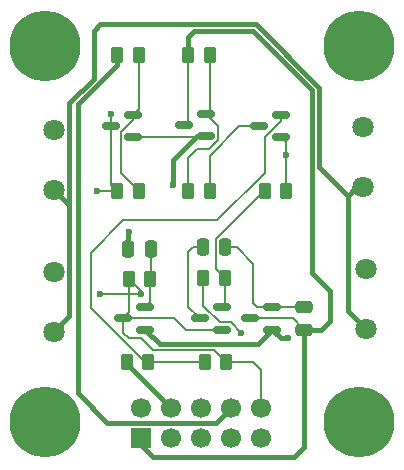
<source format=gbr>
%TF.GenerationSoftware,KiCad,Pcbnew,9.0.6*%
%TF.CreationDate,2025-11-07T06:51:29-08:00*%
%TF.ProjectId,bramble_valve_indexer,6272616d-626c-4655-9f76-616c76655f69,rev?*%
%TF.SameCoordinates,Original*%
%TF.FileFunction,Copper,L2,Bot*%
%TF.FilePolarity,Positive*%
%FSLAX46Y46*%
G04 Gerber Fmt 4.6, Leading zero omitted, Abs format (unit mm)*
G04 Created by KiCad (PCBNEW 9.0.6) date 2025-11-07 06:51:29*
%MOMM*%
%LPD*%
G01*
G04 APERTURE LIST*
G04 Aperture macros list*
%AMRoundRect*
0 Rectangle with rounded corners*
0 $1 Rounding radius*
0 $2 $3 $4 $5 $6 $7 $8 $9 X,Y pos of 4 corners*
0 Add a 4 corners polygon primitive as box body*
4,1,4,$2,$3,$4,$5,$6,$7,$8,$9,$2,$3,0*
0 Add four circle primitives for the rounded corners*
1,1,$1+$1,$2,$3*
1,1,$1+$1,$4,$5*
1,1,$1+$1,$6,$7*
1,1,$1+$1,$8,$9*
0 Add four rect primitives between the rounded corners*
20,1,$1+$1,$2,$3,$4,$5,0*
20,1,$1+$1,$4,$5,$6,$7,0*
20,1,$1+$1,$6,$7,$8,$9,0*
20,1,$1+$1,$8,$9,$2,$3,0*%
G04 Aperture macros list end*
%TA.AperFunction,ComponentPad*%
%ADD10C,6.000000*%
%TD*%
%TA.AperFunction,ComponentPad*%
%ADD11C,1.803400*%
%TD*%
%TA.AperFunction,ComponentPad*%
%ADD12R,1.700000X1.700000*%
%TD*%
%TA.AperFunction,ComponentPad*%
%ADD13C,1.700000*%
%TD*%
%TA.AperFunction,SMDPad,CuDef*%
%ADD14RoundRect,0.250000X0.262500X0.450000X-0.262500X0.450000X-0.262500X-0.450000X0.262500X-0.450000X0*%
%TD*%
%TA.AperFunction,SMDPad,CuDef*%
%ADD15RoundRect,0.150000X0.587500X0.150000X-0.587500X0.150000X-0.587500X-0.150000X0.587500X-0.150000X0*%
%TD*%
%TA.AperFunction,SMDPad,CuDef*%
%ADD16RoundRect,0.250000X-0.262500X-0.450000X0.262500X-0.450000X0.262500X0.450000X-0.262500X0.450000X0*%
%TD*%
%TA.AperFunction,SMDPad,CuDef*%
%ADD17RoundRect,0.250000X0.250000X0.475000X-0.250000X0.475000X-0.250000X-0.475000X0.250000X-0.475000X0*%
%TD*%
%TA.AperFunction,SMDPad,CuDef*%
%ADD18RoundRect,0.250000X0.475000X-0.250000X0.475000X0.250000X-0.475000X0.250000X-0.475000X-0.250000X0*%
%TD*%
%TA.AperFunction,ViaPad*%
%ADD19C,0.600000*%
%TD*%
%TA.AperFunction,Conductor*%
%ADD20C,0.200000*%
%TD*%
%TA.AperFunction,Conductor*%
%ADD21C,0.381000*%
%TD*%
G04 APERTURE END LIST*
D10*
%TO.P,H1,1*%
%TO.N,N/C*%
X18389600Y-18262600D03*
%TD*%
D11*
%TO.P,M4,1,1*%
%TO.N,/M+*%
X45542200Y-42211600D03*
%TO.P,M4,2,2*%
%TO.N,Net-(K4-Pad4)*%
X45542200Y-37131600D03*
%TD*%
%TO.P,M2,1,1*%
%TO.N,/M+*%
X19126200Y-42418000D03*
%TO.P,M2,2,2*%
%TO.N,Net-(K2-Pad4)*%
X19126200Y-37338000D03*
%TD*%
%TO.P,M3,1,1*%
%TO.N,/M+*%
X45313600Y-30175200D03*
%TO.P,M3,2,2*%
%TO.N,Net-(K3-Pad4)*%
X45313600Y-25095200D03*
%TD*%
D10*
%TO.P,H3,1*%
%TO.N,N/C*%
X44958000Y-50090700D03*
%TD*%
%TO.P,H2,1*%
%TO.N,N/C*%
X44958000Y-18262600D03*
%TD*%
D12*
%TO.P,J1,1,Pin_1*%
%TO.N,+9V*%
X26500000Y-51411500D03*
D13*
%TO.P,J1,2,Pin_2*%
%TO.N,/MOTOR_HI_1*%
X26500000Y-48871500D03*
%TO.P,J1,3,Pin_3*%
%TO.N,/VALVE_1*%
X29040000Y-51411500D03*
%TO.P,J1,4,Pin_4*%
%TO.N,/MOTOR_HI_2*%
X29040000Y-48871500D03*
%TO.P,J1,5,Pin_5*%
%TO.N,/VALVE_2*%
X31580000Y-51411500D03*
%TO.P,J1,6,Pin_6*%
%TO.N,/MOTOR_LO_1*%
X31580000Y-48871500D03*
%TO.P,J1,7,Pin_7*%
%TO.N,/VALVE_3*%
X34120000Y-51411500D03*
%TO.P,J1,8,Pin_8*%
%TO.N,/MOTOR_LO_2*%
X34120000Y-48871500D03*
%TO.P,J1,9,Pin_9*%
%TO.N,/VALVE_4*%
X36660000Y-51411500D03*
%TO.P,J1,10,Pin_10*%
%TO.N,GND*%
X36660000Y-48871500D03*
%TD*%
D11*
%TO.P,M1,1,1*%
%TO.N,/M+*%
X19126200Y-30403800D03*
%TO.P,M1,2,2*%
%TO.N,Net-(K1-Pad4)*%
X19126200Y-25323800D03*
%TD*%
D10*
%TO.P,H4,1*%
%TO.N,N/C*%
X18389600Y-50039900D03*
%TD*%
D14*
%TO.P,R19,1*%
%TO.N,Net-(Q2-G)*%
X27292900Y-37959250D03*
%TO.P,R19,2*%
%TO.N,GND*%
X25467900Y-37959250D03*
%TD*%
D15*
%TO.P,Q4,1,G*%
%TO.N,Net-(Q4-G)*%
X25875000Y-24050000D03*
%TO.P,Q4,2,S*%
%TO.N,/M-*%
X25875000Y-25950000D03*
%TO.P,Q4,3,D*%
%TO.N,GND*%
X24000000Y-25000000D03*
%TD*%
%TO.P,Q6,1,G*%
%TO.N,Net-(Q6-G)*%
X38375000Y-24050000D03*
%TO.P,Q6,2,S*%
%TO.N,GND*%
X38375000Y-25950000D03*
%TO.P,Q6,3,D*%
%TO.N,Net-(Q6-D)*%
X36500000Y-25000000D03*
%TD*%
%TO.P,Q2,1,G*%
%TO.N,Net-(Q2-G)*%
X26842900Y-40344650D03*
%TO.P,Q2,2,S*%
%TO.N,/M+*%
X26842900Y-42244650D03*
%TO.P,Q2,3,D*%
%TO.N,GND*%
X24967900Y-41294650D03*
%TD*%
D14*
%TO.P,R24,1*%
%TO.N,Net-(Q6-D)*%
X32325000Y-30500000D03*
%TO.P,R24,2*%
%TO.N,Net-(Q9-G)*%
X30500000Y-30500000D03*
%TD*%
D16*
%TO.P,R23,1*%
%TO.N,+9V*%
X30500000Y-19000000D03*
%TO.P,R23,2*%
%TO.N,Net-(Q9-G)*%
X32325000Y-19000000D03*
%TD*%
D14*
%TO.P,R14,1*%
%TO.N,Net-(Q8-G)*%
X33620400Y-37908450D03*
%TO.P,R14,2*%
%TO.N,/MOTOR_HI_1*%
X31795400Y-37908450D03*
%TD*%
D15*
%TO.P,Q7,1,G*%
%TO.N,Net-(Q7-G)*%
X37632800Y-40344650D03*
%TO.P,Q7,2,S*%
%TO.N,/M+*%
X37632800Y-42244650D03*
%TO.P,Q7,3,D*%
%TO.N,+9V*%
X35757800Y-41294650D03*
%TD*%
D16*
%TO.P,R27,1*%
%TO.N,/MOTOR_HI_2*%
X25320300Y-45020450D03*
%TO.P,R27,2*%
%TO.N,Net-(Q6-G)*%
X27145300Y-45020450D03*
%TD*%
D14*
%TO.P,R22,1*%
%TO.N,Net-(Q4-G)*%
X26325000Y-30500000D03*
%TO.P,R22,2*%
%TO.N,GND*%
X24500000Y-30500000D03*
%TD*%
D17*
%TO.P,R16,1*%
%TO.N,Net-(Q7-G)*%
X33644600Y-35292250D03*
%TO.P,R16,2*%
%TO.N,Net-(Q8-D)*%
X31744600Y-35292250D03*
%TD*%
D16*
%TO.P,R15,1*%
%TO.N,Net-(Q8-G)*%
X37000000Y-30475400D03*
%TO.P,R15,2*%
%TO.N,GND*%
X38825000Y-30475400D03*
%TD*%
D18*
%TO.P,R18,1*%
%TO.N,+9V*%
X40304400Y-42246850D03*
%TO.P,R18,2*%
%TO.N,Net-(Q7-G)*%
X40304400Y-40346850D03*
%TD*%
D16*
%TO.P,R26,1*%
%TO.N,Net-(Q6-G)*%
X31898900Y-45020450D03*
%TO.P,R26,2*%
%TO.N,GND*%
X33723900Y-45020450D03*
%TD*%
D15*
%TO.P,Q9,1,G*%
%TO.N,Net-(Q9-G)*%
X32000000Y-24000000D03*
%TO.P,Q9,2,S*%
%TO.N,/M-*%
X32000000Y-25900000D03*
%TO.P,Q9,3,D*%
%TO.N,+9V*%
X30125000Y-24950000D03*
%TD*%
D16*
%TO.P,R25,1*%
%TO.N,/MOTOR_LO_2*%
X24500000Y-19000000D03*
%TO.P,R25,2*%
%TO.N,Net-(Q4-G)*%
X26325000Y-19000000D03*
%TD*%
D15*
%TO.P,Q8,1,G*%
%TO.N,Net-(Q8-G)*%
X33342900Y-40344650D03*
%TO.P,Q8,2,S*%
%TO.N,GND*%
X33342900Y-42244650D03*
%TO.P,Q8,3,D*%
%TO.N,Net-(Q8-D)*%
X31467900Y-41294650D03*
%TD*%
D17*
%TO.P,R17,1*%
%TO.N,Net-(Q2-G)*%
X27345400Y-35393850D03*
%TO.P,R17,2*%
%TO.N,/MOTOR_LO_1*%
X25445400Y-35393850D03*
%TD*%
D19*
%TO.N,GND*%
X23000000Y-39250000D03*
%TO.N,/M-*%
X29250000Y-30000000D03*
%TO.N,GND*%
X22750000Y-30500000D03*
X24000000Y-24000000D03*
X26500000Y-39250000D03*
X38825000Y-27500000D03*
%TO.N,/MOTOR_HI_1*%
X35000000Y-42500000D03*
%TO.N,/MOTOR_LO_1*%
X25500000Y-34000000D03*
%TO.N,/M+*%
X39000000Y-43000000D03*
%TD*%
D20*
%TO.N,GND*%
X23000000Y-39250000D02*
X26500000Y-39250000D01*
%TO.N,Net-(Q6-G)*%
X38375000Y-24570532D02*
X37000000Y-25945532D01*
X26818960Y-45020450D02*
X27145300Y-45020450D01*
X37000000Y-25945532D02*
X37000000Y-29000000D01*
X32976740Y-33000000D02*
X25000000Y-33000000D01*
X36976740Y-29000000D02*
X32976740Y-33000000D01*
X37000000Y-29000000D02*
X36976740Y-29000000D01*
X38375000Y-24050000D02*
X38375000Y-24570532D01*
X25000000Y-33000000D02*
X22250000Y-35750000D01*
X22250000Y-40451490D02*
X26818960Y-45020450D01*
X22250000Y-35750000D02*
X22250000Y-40451490D01*
D21*
%TO.N,/M-*%
X29250000Y-27912501D02*
X29250000Y-30000000D01*
X31262501Y-25900000D02*
X29250000Y-27912501D01*
X32000000Y-25900000D02*
X31262501Y-25900000D01*
D20*
%TO.N,GND*%
X24500000Y-30500000D02*
X22750000Y-30500000D01*
X24000000Y-24000000D02*
X24000000Y-25000000D01*
X26500000Y-39250000D02*
X26500000Y-38991350D01*
X26500000Y-38991350D02*
X25467900Y-37959250D01*
X38825000Y-27500000D02*
X38825000Y-30475400D01*
X24500000Y-30500000D02*
X24000000Y-30000000D01*
X24000000Y-30000000D02*
X24000000Y-25000000D01*
%TO.N,/MOTOR_HI_1*%
X34143650Y-41643650D02*
X35000000Y-42500000D01*
X33196368Y-41643650D02*
X34143650Y-41643650D01*
X31795400Y-40242682D02*
X33196368Y-41643650D01*
X31795400Y-37908450D02*
X31795400Y-40242682D01*
D21*
%TO.N,/MOTOR_LO_1*%
X25445400Y-35393850D02*
X25445400Y-34054600D01*
X25445400Y-34054600D02*
X25500000Y-34000000D01*
D20*
%TO.N,Net-(Q7-G)*%
X37632800Y-40344650D02*
X36344650Y-40344650D01*
X36344650Y-40344650D02*
X36000000Y-40000000D01*
X36000000Y-40000000D02*
X36000000Y-36677450D01*
X36000000Y-36677450D02*
X34614800Y-35292250D01*
X34614800Y-35292250D02*
X33644600Y-35292250D01*
D21*
%TO.N,/MOTOR_LO_2*%
X24500000Y-19000000D02*
X24500000Y-19823072D01*
X21161536Y-23161536D02*
X21161536Y-47661536D01*
X24500000Y-19823072D02*
X21161536Y-23161536D01*
X21161536Y-47661536D02*
X23670000Y-50170000D01*
X23670000Y-50170000D02*
X32821500Y-50170000D01*
X32821500Y-50170000D02*
X34120000Y-48871500D01*
D20*
%TO.N,GND*%
X27519450Y-44019450D02*
X26500000Y-43000000D01*
X26500000Y-43000000D02*
X25467900Y-43000000D01*
X25467900Y-43000000D02*
X24967900Y-42500000D01*
X33723900Y-45020450D02*
X32722900Y-44019450D01*
X32722900Y-44019450D02*
X27519450Y-44019450D01*
%TO.N,Net-(Q8-G)*%
X37000000Y-30475400D02*
X36950290Y-30475400D01*
X36950290Y-30475400D02*
X32843600Y-34582090D01*
X32843600Y-34582090D02*
X32843600Y-37131650D01*
X32843600Y-37131650D02*
X33620400Y-37908450D01*
D21*
%TO.N,/M+*%
X45313600Y-30175200D02*
X44742800Y-30175200D01*
X44742800Y-30175200D02*
X44000000Y-30918000D01*
X41582000Y-28500000D02*
X44000000Y-30918000D01*
X41582000Y-28500000D02*
X41582000Y-21758928D01*
X41582000Y-21758928D02*
X36241072Y-16418000D01*
X36241072Y-16418000D02*
X23082000Y-16418000D01*
X23082000Y-16418000D02*
X22500000Y-17000000D01*
X22500000Y-21000000D02*
X20419400Y-23080600D01*
X22500000Y-17000000D02*
X22500000Y-21000000D01*
X20419400Y-23080600D02*
X20419400Y-31697000D01*
%TO.N,+9V*%
X30500000Y-19000000D02*
X30500000Y-17500000D01*
X30500000Y-17500000D02*
X31000000Y-17000000D01*
X31000000Y-17000000D02*
X36000000Y-17000000D01*
X41753150Y-42246850D02*
X40304400Y-42246850D01*
X36000000Y-17000000D02*
X41000000Y-22000000D01*
X41000000Y-22000000D02*
X41000000Y-37500000D01*
X41000000Y-37500000D02*
X42500000Y-39000000D01*
X42500000Y-39000000D02*
X42500000Y-41500000D01*
X42500000Y-41500000D02*
X41753150Y-42246850D01*
D20*
%TO.N,GND*%
X36660000Y-45660000D02*
X36000000Y-45000000D01*
X36660000Y-48871500D02*
X36660000Y-45660000D01*
X35979550Y-45020450D02*
X33723900Y-45020450D01*
X36000000Y-45000000D02*
X35979550Y-45020450D01*
D21*
%TO.N,/M+*%
X39000000Y-43000000D02*
X38388150Y-43000000D01*
X38388150Y-43000000D02*
X37632800Y-42244650D01*
X44000000Y-40669400D02*
X45542200Y-42211600D01*
X44000000Y-30918000D02*
X44000000Y-40669400D01*
X19126200Y-42418000D02*
X20419400Y-41124800D01*
X20419400Y-41124800D02*
X20419400Y-31697000D01*
X20419400Y-31697000D02*
X19126200Y-30403800D01*
X37632800Y-42244650D02*
X36377450Y-43500000D01*
X36377450Y-43500000D02*
X28098250Y-43500000D01*
X28098250Y-43500000D02*
X26842900Y-42244650D01*
D20*
%TO.N,GND*%
X38375000Y-25950000D02*
X38825000Y-26400000D01*
X24967900Y-41294650D02*
X29339600Y-41294650D01*
X25467900Y-40794650D02*
X24967900Y-41294650D01*
X30304000Y-42244650D02*
X33342900Y-42244650D01*
X30296800Y-42251850D02*
X30304000Y-42244650D01*
X24967900Y-42500000D02*
X24967900Y-41294650D01*
X25467900Y-37959250D02*
X25467900Y-40794650D01*
X38825000Y-26400000D02*
X38825000Y-27500000D01*
X29339600Y-41294650D02*
X30296800Y-42251850D01*
D21*
%TO.N,+9V*%
X26500000Y-51411500D02*
X26500000Y-52000000D01*
X40304400Y-42246850D02*
X40304400Y-52195600D01*
D20*
X39352200Y-41294650D02*
X40304400Y-42246850D01*
D21*
X39500000Y-53000000D02*
X27500000Y-53000000D01*
X26500000Y-52000000D02*
X27500000Y-53000000D01*
X40304400Y-52195600D02*
X39500000Y-53000000D01*
D20*
X30500000Y-19000000D02*
X30500000Y-24575000D01*
X35757800Y-41294650D02*
X39352200Y-41294650D01*
X30500000Y-24575000D02*
X30125000Y-24950000D01*
D21*
%TO.N,/MOTOR_HI_2*%
X29040000Y-48871500D02*
X25320300Y-45151800D01*
X25320300Y-45151800D02*
X25320300Y-45020450D01*
D20*
%TO.N,Net-(Q2-G)*%
X27292900Y-39894650D02*
X26842900Y-40344650D01*
X27345400Y-37906750D02*
X27292900Y-37959250D01*
X27292900Y-37959250D02*
X27292900Y-39894650D01*
X27345400Y-35393850D02*
X27345400Y-37906750D01*
%TO.N,/M-*%
X31950000Y-25950000D02*
X32000000Y-25900000D01*
X25875000Y-25950000D02*
X31950000Y-25950000D01*
%TO.N,Net-(Q4-G)*%
X26325000Y-30500000D02*
X24836500Y-29011500D01*
X26325000Y-23600000D02*
X25875000Y-24050000D01*
X24836500Y-25542968D02*
X25875000Y-24504468D01*
X26325000Y-19000000D02*
X26325000Y-23600000D01*
X25875000Y-24504468D02*
X25875000Y-24050000D01*
X24836500Y-29011500D02*
X24836500Y-25542968D01*
%TO.N,Net-(Q6-D)*%
X32325000Y-27521568D02*
X34846568Y-25000000D01*
X34846568Y-25000000D02*
X36500000Y-25000000D01*
X32325000Y-30500000D02*
X32325000Y-27521568D01*
%TO.N,Net-(Q6-G)*%
X27145300Y-45020450D02*
X31898900Y-45020450D01*
%TO.N,Net-(Q7-G)*%
X37632800Y-40344650D02*
X40302200Y-40344650D01*
X40302200Y-40344650D02*
X40304400Y-40346850D01*
%TO.N,Net-(Q8-G)*%
X33620400Y-40067150D02*
X33342900Y-40344650D01*
X33620400Y-37908450D02*
X33620400Y-40067150D01*
%TO.N,Net-(Q8-D)*%
X31744600Y-35292250D02*
X30881000Y-35292250D01*
X30881000Y-35292250D02*
X30500000Y-35673250D01*
X30500000Y-35673250D02*
X30500000Y-40326750D01*
X30500000Y-40326750D02*
X31467900Y-41294650D01*
%TO.N,Net-(Q9-G)*%
X32000000Y-24000000D02*
X33038500Y-25038500D01*
X32309268Y-26970200D02*
X31245600Y-26970200D01*
X32325000Y-23675000D02*
X32000000Y-24000000D01*
X32325000Y-19000000D02*
X32325000Y-23675000D01*
X30500000Y-27715800D02*
X30500000Y-30500000D01*
X33038500Y-25038500D02*
X33038500Y-26240968D01*
X31245600Y-26970200D02*
X30500000Y-27715800D01*
X33038500Y-26240968D02*
X32309268Y-26970200D01*
%TD*%
M02*

</source>
